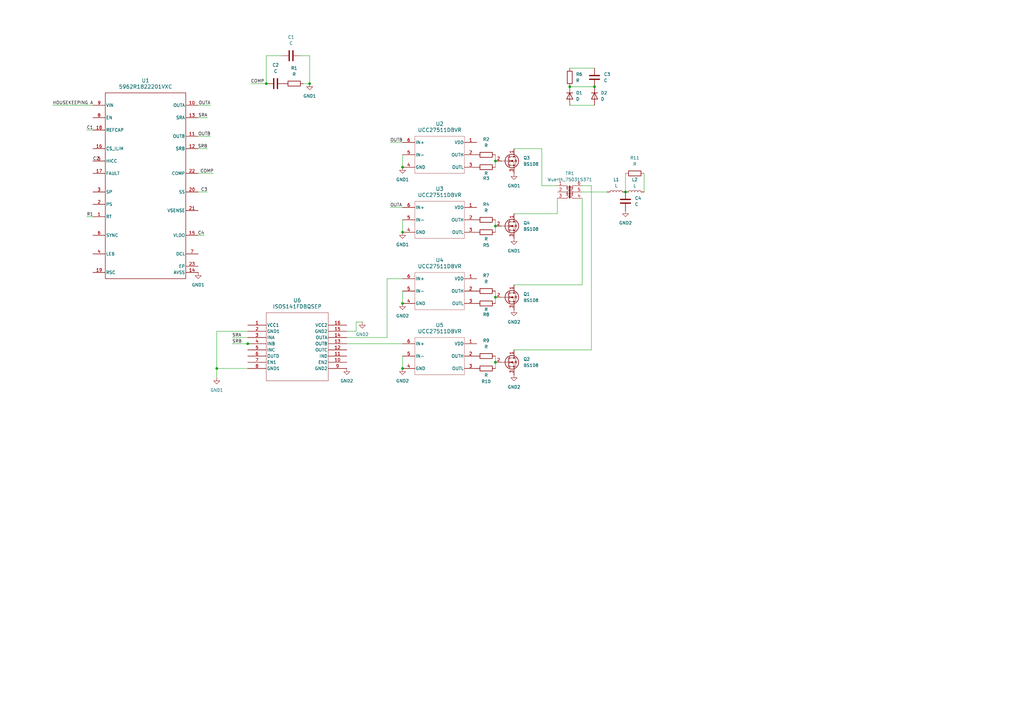
<source format=kicad_sch>
(kicad_sch (version 20250114) (generator "eeschema") (generator_version "9.0")
  (paper "A3")
  (lib_symbols
    (symbol "5962R1822201VXC:5962R1822201VXC" (pin_names (offset 0.254))
      (property "Reference" "U" (at 0 2.54 0))
      (property "Value" "5962R1822201VXC" (at 0 0 0))
      (symbol "5962R1822201VXC_0_1"
        (polyline (pts (xy 5.08 5.08) (xy 5.08 -71.12)) (stroke (width 0.2032)))
        (polyline (pts (xy 5.08 -71.12) (xy 38.1 -71.12)) (stroke (width 0.2032)))
        (polyline (pts (xy 38.1 5.08) (xy 5.08 5.08)) (stroke (width 0.2032)))
        (polyline (pts (xy 38.1 -71.12) (xy 38.1 5.08)) (stroke (width 0.2032)))
        (pin power_in line (at 0 0 0) (length 5.08) (name "VIN") (number "9"))
        (pin input line (at 0 -5.08 0) (length 5.08) (name "EN") (number "8"))
        (pin unspecified line (at 0 -10.16 0) (length 5.08) (name "REFCAP") (number "18"))
        (pin unspecified line (at 0 -17.78 0) (length 5.08) (name "CS_ILIM") (number "16"))
        (pin unspecified line (at 0 -22.86 0) (length 5.08) (name "HICC") (number "5"))
        (pin input line (at 0 -27.94 0) (length 5.08) (name "FAULT") (number "17"))
        (pin unspecified line (at 0 -35.56 0) (length 5.08) (name "SP") (number "3"))
        (pin unspecified line (at 0 -40.64 0) (length 5.08) (name "PS") (number "2"))
        (pin unspecified line (at 0 -45.72 0) (length 5.08) (name "RT") (number "1"))
        (pin input line (at 0 -53.34 0) (length 5.08) (name "SYNC") (number "6"))
        (pin unspecified line (at 0 -60.96 0) (length 5.08) (name "LEB") (number "4"))
        (pin unspecified line (at 0 -68.58 0) (length 5.08) (name "RSC") (number "19"))
        (pin output line (at 43.18 0 180) (length 5.08) (name "OUTA") (number "10"))
        (pin output line (at 43.18 -5.08 180) (length 5.08) (name "SRA") (number "13"))
        (pin output line (at 43.18 -12.7 180) (length 5.08) (name "OUTB") (number "11"))
        (pin output line (at 43.18 -17.78 180) (length 5.08) (name "SRB") (number "12"))
        (pin unspecified line (at 43.18 -27.94 180) (length 5.08) (name "COMP") (number "22"))
        (pin unspecified line (at 43.18 -35.56 180) (length 5.08) (name "SS") (number "20"))
        (pin unspecified line (at 43.18 -43.18 180) (length 5.08) (name "VSENSE") (number "21"))
        (pin unspecified line (at 43.18 -53.34 180) (length 5.08) (name "VLDO") (number "15"))
        (pin unspecified line (at 43.18 -60.96 180) (length 5.08) (name "DCL") (number "7"))
        (pin power_in line (at 43.18 -66.04 180) (length 5.08) (name "EP") (number "23"))
        (pin power_in line (at 43.18 -68.58 180) (length 5.08) (name "AVSS") (number "14"))
      )
    )
    (symbol "Device:C" (pin_numbers (hide yes)) (pin_names (offset 0.254))
      (property "Reference" "C" (at 0.635 2.54 0))
      (property "Value" "C" (at 0.635 -2.54 0))
      (symbol "C_0_1"
        (polyline (pts (xy -2.032 0.762) (xy 2.032 0.762)) (stroke (width 0.508)))
        (polyline (pts (xy -2.032 -0.762) (xy 2.032 -0.762)) (stroke (width 0.508)))
      )
      (symbol "C_1_1"
        (pin passive line (at 0 3.81 270) (length 2.794) (name "~") (number "1"))
        (pin passive line (at 0 -3.81 90) (length 2.794) (name "~") (number "2"))
      )
    )
    (symbol "Device:D" (pin_numbers (hide yes)) (pin_names (offset 1.016) (hide yes))
      (property "Reference" "D" (at 0 2.54 0))
      (property "Value" "D" (at 0 -2.54 0))
      (symbol "D_0_1"
        (polyline (pts (xy -1.27 1.27) (xy -1.27 -1.27)) (stroke (width 0.254)))
        (polyline (pts (xy 1.27 1.27) (xy 1.27 -1.27) (xy -1.27 0) (xy 1.27 1.27)) (stroke (width 0.254)))
        (polyline (pts (xy 1.27 0) (xy -1.27 0)))
      )
      (symbol "D_1_1"
        (pin passive line (at -3.81 0 0) (length 2.54) (name "K") (number "1"))
        (pin passive line (at 3.81 0 180) (length 2.54) (name "A") (number "2"))
      )
    )
    (symbol "Device:L" (pin_numbers (hide yes)) (pin_names (offset 1.016) (hide yes))
      (property "Reference" "L" (at -1.27 0 90))
      (property "Value" "L" (at 1.905 0 90))
      (symbol "L_0_1"
        (arc (start 0 2.54) (mid 0.6323 1.905) (end 0 1.27))
        (arc (start 0 1.27) (mid 0.6323 0.635) (end 0 0))
        (arc (start 0 0) (mid 0.6323 -0.635) (end 0 -1.27))
        (arc (start 0 -1.27) (mid 0.6323 -1.905) (end 0 -2.54))
      )
      (symbol "L_1_1"
        (pin passive line (at 0 3.81 270) (length 1.27) (name "1") (number "1"))
        (pin passive line (at 0 -3.81 90) (length 1.27) (name "2") (number "2"))
      )
    )
    (symbol "Device:R" (pin_numbers (hide yes)) (pin_names (offset 0))
      (property "Reference" "R" (at 2.032 0 90))
      (property "Value" "R" (at 0 0 90))
      (symbol "R_0_1"
        (rectangle (start -1.016 -2.54) (end 1.016 2.54) (stroke (width 0.254)))
      )
      (symbol "R_1_1"
        (pin passive line (at 0 3.81 270) (length 1.27) (name "~") (number "1"))
        (pin passive line (at 0 -3.81 90) (length 1.27) (name "~") (number "2"))
      )
    )
    (symbol "ISOS141FDBQSEP:ISOS141FDBQSEP" (pin_names (offset 0.254))
      (property "Reference" "U" (at 20.32 10.16 0))
      (property "Value" "ISOS141FDBQSEP" (at 20.32 7.62 0))
      (symbol "ISOS141FDBQSEP_0_1"
        (polyline (pts (xy 7.62 5.08) (xy 7.62 -22.86)) (stroke (width 0.127)))
        (polyline (pts (xy 7.62 -22.86) (xy 33.02 -22.86)) (stroke (width 0.127)))
        (polyline (pts (xy 33.02 5.08) (xy 7.62 5.08)) (stroke (width 0.127)))
        (polyline (pts (xy 33.02 -22.86) (xy 33.02 5.08)) (stroke (width 0.127)))
        (pin unspecified line (at 0 0 0) (length 7.62) (name "VCC1") (number "1"))
        (pin power_out line (at 0 -2.54 0) (length 7.62) (name "GND1") (number "2"))
        (pin input line (at 0 -5.08 0) (length 7.62) (name "INA") (number "3"))
        (pin input line (at 0 -7.62 0) (length 7.62) (name "INB") (number "4"))
        (pin input line (at 0 -10.16 0) (length 7.62) (name "INC") (number "5"))
        (pin output line (at 0 -12.7 0) (length 7.62) (name "OUTD") (number "6"))
        (pin input line (at 0 -15.24 0) (length 7.62) (name "EN1") (number "7"))
        (pin power_out line (at 0 -17.78 0) (length 7.62) (name "GND1") (number "8"))
        (pin unspecified line (at 40.64 0 180) (length 7.62) (name "VCC2") (number "16"))
        (pin power_out line (at 40.64 -2.54 180) (length 7.62) (name "GND2") (number "15"))
        (pin output line (at 40.64 -5.08 180) (length 7.62) (name "OUTA") (number "14"))
        (pin output line (at 40.64 -7.62 180) (length 7.62) (name "OUTB") (number "13"))
        (pin output line (at 40.64 -10.16 180) (length 7.62) (name "OUTC") (number "12"))
        (pin input line (at 40.64 -12.7 180) (length 7.62) (name "IND") (number "11"))
        (pin input line (at 40.64 -15.24 180) (length 7.62) (name "EN2") (number "10"))
        (pin power_out line (at 40.64 -17.78 180) (length 7.62) (name "GND2") (number "9"))
      )
    )
    (symbol "Transformer:Wuerth_750315371"
      (property "Reference" "TR" (at 0 5.08 0))
      (property "Value" "Wuerth_750315371" (at 0 -5.08 0))
      (symbol "Wuerth_750315371_0_1"
        (polyline (pts (xy -2.54 2.54) (xy -1.27 2.54)))
        (polyline (pts (xy -2.54 0) (xy -1.27 0)))
        (polyline (pts (xy -2.54 -2.54) (xy -1.27 -2.54)))
        (arc (start -1.27 0) (mid -0.6377 -0.635) (end -1.27 -1.27))
        (arc (start -1.27 -1.27) (mid -0.6377 -1.905) (end -1.27 -2.54))
        (rectangle (start -0.254 2.54) (end 0.254 -2.54) (stroke (width 0.0254)) (fill (type outline)))
        (polyline (pts (xy 1.27 2.54) (xy 2.54 2.54)))
        (polyline (pts (xy 1.27 0) (xy 2.54 0)))
        (polyline (pts (xy 1.27 -2.54) (xy 2.54 -2.54)))
      )
      (symbol "Wuerth_750315371_1_1"
        (arc (start -1.27 2.54) (mid -0.6377 1.905) (end -1.27 1.27))
        (arc (start -1.27 1.27) (mid -0.6377 0.635) (end -1.27 0))
        (circle (center -1.143 1.905) (radius 0.127) (stroke (width 0.254)))
        (circle (center -1.143 -0.635) (radius 0.127) (stroke (width 0.254)))
        (circle (center 1.143 1.905) (radius 0.127) (stroke (width 0.254)))
        (circle (center 1.143 -0.635) (radius 0.127) (stroke (width 0.254)))
        (arc (start 1.27 1.27) (mid 0.6377 1.905) (end 1.27 2.54))
        (arc (start 1.27 0) (mid 0.6377 0.635) (end 1.27 1.27))
        (arc (start 1.27 -1.27) (mid 0.6377 -0.635) (end 1.27 0))
        (arc (start 1.27 -2.54) (mid 0.6377 -1.905) (end 1.27 -1.27))
        (pin passive line (at -5.08 2.54 0) (length 2.54) (name "~") (number "1"))
        (pin passive line (at -5.08 0 0) (length 2.54) (name "~") (number "2"))
        (pin passive line (at -5.08 -2.54 0) (length 2.54) (name "~") (number "3"))
        (pin passive line (at 5.08 2.54 180) (length 2.54) (name "~") (number "6"))
        (pin passive line (at 5.08 0 180) (length 2.54) (name "~") (number "5"))
        (pin passive line (at 5.08 -2.54 180) (length 2.54) (name "~") (number "4"))
      )
    )
    (symbol "Transistor_FET:BS108" (pin_names (hide yes))
      (property "Reference" "Q" (at 5.08 1.905 0))
      (property "Value" "BS108" (at 5.08 0 0))
      (symbol "BS108_0_1"
        (polyline (pts (xy 0.254 1.905) (xy 0.254 -1.905)) (stroke (width 0.254)))
        (polyline (pts (xy 0.254 0) (xy -2.54 0)))
        (polyline (pts (xy 0.762 2.286) (xy 0.762 1.27)) (stroke (width 0.254)))
        (polyline (pts (xy 0.762 0.508) (xy 0.762 -0.508)) (stroke (width 0.254)))
        (polyline (pts (xy 0.762 -1.27) (xy 0.762 -2.286)) (stroke (width 0.254)))
        (polyline (pts (xy 0.762 -1.778) (xy 3.302 -1.778) (xy 3.302 1.778) (xy 0.762 1.778)))
        (polyline (pts (xy 1.016 0) (xy 2.032 0.381) (xy 2.032 -0.381) (xy 1.016 0)) (fill (type outline)))
        (circle (center 1.651 0) (radius 2.794) (stroke (width 0.254)))
        (polyline (pts (xy 2.54 2.54) (xy 2.54 1.778)))
        (circle (center 2.54 1.778) (radius 0.254) (fill (type outline)))
        (circle (center 2.54 -1.778) (radius 0.254) (fill (type outline)))
        (polyline (pts (xy 2.54 -2.54) (xy 2.54 0) (xy 0.762 0)))
        (polyline (pts (xy 2.794 0.508) (xy 2.921 0.381) (xy 3.683 0.381) (xy 3.81 0.254)))
        (polyline (pts (xy 3.302 0.381) (xy 2.921 -0.254) (xy 3.683 -0.254) (xy 3.302 0.381)))
      )
      (symbol "BS108_1_1"
        (pin input line (at -5.08 0 0) (length 2.54) (name "G") (number "2"))
        (pin passive line (at 2.54 5.08 270) (length 2.54) (name "D") (number "1"))
        (pin passive line (at 2.54 -5.08 90) (length 2.54) (name "S") (number "3"))
      )
    )
    (symbol "UCC27511:UCC27511DBVR" (pin_names (offset 0.254))
      (property "Reference" "U" (at 0 2.54 0))
      (property "Value" "UCC27511DBVR" (at 0 0 0))
      (symbol "UCC27511DBVR_0_1"
        (polyline (pts (xy -10.16 7.62) (xy -10.16 -7.62)) (stroke (width 0.1016)))
        (polyline (pts (xy -10.16 -7.62) (xy 10.16 -7.62)) (stroke (width 0.1016)))
        (polyline (pts (xy 10.16 7.62) (xy -10.16 7.62)) (stroke (width 0.1016)))
        (polyline (pts (xy 10.16 -7.62) (xy 10.16 7.62)) (stroke (width 0.1016)))
        (pin input line (at -15.24 5.08 0) (length 5.08) (name "IN+") (number "6"))
        (pin input line (at -15.24 0 0) (length 5.08) (name "IN-") (number "5"))
        (pin power_in line (at -15.24 -5.08 0) (length 5.08) (name "GND") (number "4"))
        (pin power_in line (at 15.24 5.08 180) (length 5.08) (name "VDD") (number "1"))
        (pin power_in line (at 15.24 0 180) (length 5.08) (name "OUTH") (number "2"))
        (pin power_in line (at 15.24 -5.08 180) (length 5.08) (name "OUTL") (number "3"))
      )
    )
    (symbol "power:GND1" (power) (pin_numbers (hide yes)) (pin_names (offset 0) (hide yes))
      (property "Value" "GND1" (at 0 -3.81 0))
      (symbol "GND1_0_1"
        (polyline (pts (xy 0 0) (xy 0 -1.27) (xy 1.27 -1.27) (xy 0 -2.54) (xy -1.27 -1.27) (xy 0 -1.27)))
      )
      (symbol "GND1_1_1"
        (pin power_in line (at 0 0 270) (length 0) (name "~") (number "1"))
      )
    )
    (symbol "power:GND2" (power) (pin_numbers (hide yes)) (pin_names (offset 0) (hide yes))
      (property "Value" "GND2" (at 0 -3.81 0))
      (symbol "GND2_0_1"
        (polyline (pts (xy 0 0) (xy 0 -1.27) (xy 1.27 -1.27) (xy 0 -2.54) (xy -1.27 -1.27) (xy 0 -1.27)))
      )
      (symbol "GND2_1_1"
        (pin power_in line (at 0 0 270) (length 0) (name "~") (number "1"))
      )
    )
  )
  (junction (at 109.22 34.29))
  (junction (at 101.6 140.97))
  (junction (at 165.1 124.46))
  (junction (at 203.2 92.71))
  (junction (at 243.84 35.56))
  (junction (at 256.54 78.74))
  (junction (at 203.2 66.04))
  (junction (at 127 34.29))
  (junction (at 165.1 68.58))
  (junction (at 165.1 95.25))
  (junction (at 203.2 121.92))
  (junction (at 203.2 148.59))
  (junction (at 165.1 151.13))
  (junction (at 233.68 35.56))
  (junction (at 88.9 151.13))
  (wire (pts (xy 102.87 140.97) (xy 101.6 140.97)))
  (wire (pts (xy 88.9 151.13) (xy 88.9 135.89)))
  (wire (pts (xy 35.56 53.34) (xy 38.1 53.34)))
  (wire (pts (xy 222.25 76.2) (xy 228.6 76.2)))
  (wire (pts (xy 203.2 148.59) (xy 203.2 151.13)))
  (wire (pts (xy 203.2 119.38) (xy 203.2 121.92)))
  (wire (pts (xy 210.82 116.84) (xy 238.76 116.84)))
  (wire (pts (xy 83.82 96.52) (xy 81.28 96.52)))
  (wire (pts (xy 203.2 63.5) (xy 203.2 66.04)))
  (wire (pts (xy 127 22.86) (xy 127 34.29)))
  (wire (pts (xy 228.6 87.63) (xy 228.6 81.28)))
  (wire (pts (xy 109.22 22.86) (xy 109.22 34.29)))
  (wire (pts (xy 165.1 63.5) (xy 165.1 68.58)))
  (wire (pts (xy 88.9 151.13) (xy 101.6 151.13)))
  (wire (pts (xy 242.57 76.2) (xy 238.76 76.2)))
  (wire (pts (xy 256.54 71.12) (xy 256.54 78.74)))
  (wire (pts (xy 203.2 90.17) (xy 203.2 92.71)))
  (wire (pts (xy 210.82 87.63) (xy 228.6 87.63)))
  (wire (pts (xy 222.25 60.96) (xy 222.25 76.2)))
  (wire (pts (xy 160.02 85.09) (xy 165.1 85.09)))
  (wire (pts (xy 158.75 138.43) (xy 158.75 114.3)))
  (wire (pts (xy 35.56 88.9) (xy 38.1 88.9)))
  (wire (pts (xy 88.9 154.94) (xy 88.9 151.13)))
  (wire (pts (xy 203.2 146.05) (xy 203.2 148.59)))
  (wire (pts (xy 158.75 114.3) (xy 165.1 114.3)))
  (wire (pts (xy 165.1 119.38) (xy 165.1 124.46)))
  (wire (pts (xy 233.68 43.18) (xy 243.84 43.18)))
  (wire (pts (xy 88.9 135.89) (xy 101.6 135.89)))
  (wire (pts (xy 101.6 140.97) (xy 95.25 140.97)))
  (wire (pts (xy 160.02 58.42) (xy 165.1 58.42)))
  (wire (pts (xy 86.36 43.18) (xy 81.28 43.18)))
  (wire (pts (xy 21.59 43.18) (xy 38.1 43.18)))
  (wire (pts (xy 115.57 22.86) (xy 109.22 22.86)))
  (wire (pts (xy 85.09 78.74) (xy 81.28 78.74)))
  (wire (pts (xy 101.6 138.43) (xy 95.25 138.43)))
  (wire (pts (xy 203.2 66.04) (xy 203.2 68.58)))
  (wire (pts (xy 87.63 71.12) (xy 81.28 71.12)))
  (wire (pts (xy 210.82 143.51) (xy 242.57 143.51)))
  (wire (pts (xy 86.36 55.88) (xy 81.28 55.88)))
  (wire (pts (xy 146.05 135.89) (xy 146.05 132.08)))
  (wire (pts (xy 146.05 132.08) (xy 148.59 132.08)))
  (wire (pts (xy 109.22 34.29) (xy 102.87 34.29)))
  (wire (pts (xy 142.24 140.97) (xy 165.1 140.97)))
  (wire (pts (xy 165.1 146.05) (xy 165.1 151.13)))
  (wire (pts (xy 165.1 90.17) (xy 165.1 95.25)))
  (wire (pts (xy 238.76 116.84) (xy 238.76 81.28)))
  (wire (pts (xy 242.57 143.51) (xy 242.57 76.2)))
  (wire (pts (xy 85.09 48.26) (xy 81.28 48.26)))
  (wire (pts (xy 264.16 71.12) (xy 264.16 78.74)))
  (wire (pts (xy 85.09 60.96) (xy 81.28 60.96)))
  (wire (pts (xy 142.24 138.43) (xy 158.75 138.43)))
  (wire (pts (xy 203.2 121.92) (xy 203.2 124.46)))
  (wire (pts (xy 124.46 34.29) (xy 127 34.29)))
  (wire (pts (xy 146.05 135.89) (xy 142.24 135.89)))
  (wire (pts (xy 233.68 35.56) (xy 243.84 35.56)))
  (wire (pts (xy 248.92 78.74) (xy 238.76 78.74)))
  (wire (pts (xy 123.19 22.86) (xy 127 22.86)))
  (wire (pts (xy 233.68 27.94) (xy 243.84 27.94)))
  (wire (pts (xy 203.2 92.71) (xy 203.2 95.25)))
  (wire (pts (xy 210.82 60.96) (xy 222.25 60.96)))
  (label "SRA" (at 85.09 48.26 180))
  (label "OUTA" (at 160.02 85.09 0))
  (label "SRB" (at 95.25 140.97 0))
  (label "C2" (at 38.1 66.04 0))
  (label "OUTB" (at 86.36 55.88 180))
  (label "COMP" (at 102.87 34.29 0))
  (label "OUTB" (at 160.02 58.42 0))
  (label "COMP" (at 87.63 71.12 180))
  (label "R1" (at 35.56 88.9 0))
  (label "SRA" (at 95.25 138.43 0))
  (label "C1" (at 35.56 53.34 0))
  (label "OUTA" (at 86.36 43.18 180))
  (label "HOUSEKEEPING A" (at 21.59 43.18 0))
  (label "C3" (at 85.09 78.74 180))
  (label "C4" (at 83.82 96.52 180))
  (label "SRB" (at 85.09 60.96 180))
  (symbol (lib_id "Device:C") (at 119.38 22.86 90) (unit 1)
    (property "Reference" "C1" (at 119.38 15.24 90))
    (property "Value" "C" (at 119.38 17.78 90))
    (property "Description" "Unpolarized capacitor" (effects (hide yes)))
  )
  (symbol (lib_id "Device:C") (at 243.84 31.75 0) (unit 1)
    (property "Reference" "C3" (at 247.65 30.4799 0) (effects (justify left)))
    (property "Value" "C" (at 247.65 33.0199 0) (effects (justify left)))
    (property "Description" "Unpolarized capacitor" (effects (hide yes)))
  )
  (symbol (lib_id "power:GND1") (at 81.28 111.76 0) (unit 1)
    (property "Reference" "#PWR015" (effects (hide yes)))
    (property "Value" "GND1" (at 81.28 116.84 0))
    (property "Description" "Power symbol creates a global label with name \"GND1\" , ground" (effects (hide yes)))
  )
  (symbol (lib_id "UCC27511:UCC27511DBVR") (at 180.34 63.5 0) (unit 1)
    (property "Reference" "U2" (at 180.34 50.8 0) (effects (font (size 1.524 1.524))))
    (property "Value" "UCC27511DBVR" (at 180.34 53.34 0) (effects (font (size 1.524 1.524))))
    (property "Footprint" "DBV0006A_N" (effects (hide yes)))
    (property "Datasheet" "https://www.ti.com/lit/gpn/ucc27511" (effects (hide yes)))
  )
  (symbol (lib_id "Transistor_FET:BS108") (at 208.28 148.59 0) (unit 1)
    (property "Reference" "Q2" (at 214.63 147.3199 0) (effects (justify left)))
    (property "Value" "BS108" (at 214.63 149.8599 0) (effects (justify left)))
    (property "Footprint" "Package_TO_SOT_THT:TO-92_Inline" (effects (hide yes)))
    (property "Datasheet" "http://www.redrok.com/MOSFET_BS108_200V_250mA_8O_Vth1.5_TO-92.PDF" (effects (hide yes)))
    (property "Description" "0.25A Id, 200V Vds, N-Channel MOSFET, TO-92" (effects (hide yes)))
  )
  (symbol (lib_id "Device:C") (at 256.54 82.55 0) (unit 1)
    (property "Reference" "C4" (at 260.35 81.2799 0) (effects (justify left)))
    (property "Value" "C" (at 260.35 83.8199 0) (effects (justify left)))
    (property "Description" "Unpolarized capacitor" (effects (hide yes)))
  )
  (symbol (lib_id "Device:L") (at 252.73 78.74 90) (unit 1)
    (property "Reference" "L1" (at 252.73 73.66 90))
    (property "Value" "L" (at 252.73 76.2 90))
    (property "Description" "Inductor" (effects (hide yes)))
  )
  (symbol (lib_id "Device:C") (at 113.03 34.29 90) (unit 1)
    (property "Reference" "C2" (at 113.03 26.67 90))
    (property "Value" "C" (at 113.03 29.21 90))
    (property "Description" "Unpolarized capacitor" (effects (hide yes)))
  )
  (symbol (lib_id "power:GND1") (at 210.82 71.12 0) (unit 1)
    (property "Reference" "#PWR03" (effects (hide yes)))
    (property "Value" "GND1" (at 210.82 76.2 0))
    (property "Description" "Power symbol creates a global label with name \"GND1\" , ground" (effects (hide yes)))
  )
  (symbol (lib_id "power:GND1") (at 210.82 97.79 0) (unit 1)
    (property "Reference" "#PWR04" (effects (hide yes)))
    (property "Value" "GND1" (at 210.82 102.87 0))
    (property "Description" "Power symbol creates a global label with name \"GND1\" , ground" (effects (hide yes)))
  )
  (symbol (lib_id "Device:R") (at 199.39 90.17 90) (unit 1)
    (property "Reference" "R4" (at 199.39 83.82 90))
    (property "Value" "R" (at 199.39 86.36 90))
    (property "Description" "Resistor" (effects (hide yes)))
  )
  (symbol (lib_id "Device:D") (at 233.68 39.37 270) (unit 1)
    (property "Reference" "D1" (at 236.22 38.0999 90) (effects (justify left)))
    (property "Value" "D" (at 236.22 40.6399 90) (effects (justify left)))
    (property "Description" "Diode" (effects (hide yes)))
    (property "Sim.Device" "D" (effects (hide yes)))
    (property "Sim.Pins" "1=K 2=A" (effects (hide yes)))
  )
  (symbol (lib_id "UCC27511:UCC27511DBVR") (at 180.34 90.17 0) (unit 1)
    (property "Reference" "U3" (at 180.34 77.47 0) (effects (font (size 1.524 1.524))))
    (property "Value" "UCC27511DBVR" (at 180.34 80.01 0) (effects (font (size 1.524 1.524))))
    (property "Footprint" "DBV0006A_N" (effects (hide yes)))
    (property "Datasheet" "https://www.ti.com/lit/gpn/ucc27511" (effects (hide yes)))
  )
  (symbol (lib_id "Device:R") (at 260.35 71.12 90) (unit 1)
    (property "Reference" "R11" (at 260.35 64.77 90))
    (property "Value" "R" (at 260.35 67.31 90))
    (property "Description" "Resistor" (effects (hide yes)))
  )
  (symbol (lib_id "power:GND2") (at 148.59 132.08 0) (unit 1)
    (property "Reference" "#PWR06" (effects (hide yes)))
    (property "Value" "GND2" (at 148.59 137.16 0))
    (property "Description" "Power symbol creates a global label with name \"GND2\" , ground" (effects (hide yes)))
  )
  (symbol (lib_id "5962R1822201VXC:5962R1822201VXC") (at 38.1 43.18 0) (unit 1)
    (property "Reference" "U1" (at 59.69 33.02 0) (effects (font (size 1.524 1.524))))
    (property "Value" "5962R1822201VXC" (at 59.69 35.56 0) (effects (font (size 1.524 1.524))))
    (property "Footprint" "HFT0022A-C01-MFG" (effects (hide yes)))
    (property "Datasheet" "https://www.ti.com/lit/gpn/tps7h5001-sp" (effects (hide yes)))
  )
  (symbol (lib_id "power:GND2") (at 256.54 86.36 0) (unit 1)
    (property "Reference" "#PWR011" (effects (hide yes)))
    (property "Value" "GND2" (at 256.54 91.44 0))
    (property "Description" "Power symbol creates a global label with name \"GND2\" , ground" (effects (hide yes)))
  )
  (symbol (lib_id "power:GND2") (at 165.1 124.46 0) (unit 1)
    (property "Reference" "#PWR010" (effects (hide yes)))
    (property "Value" "GND2" (at 165.1 129.54 0))
    (property "Description" "Power symbol creates a global label with name \"GND2\" , ground" (effects (hide yes)))
  )
  (symbol (lib_id "Device:R") (at 199.39 68.58 90) (unit 1)
    (property "Reference" "R3" (at 199.39 73.152 90))
    (property "Value" "R" (at 199.39 71.12 90))
    (property "Description" "Resistor" (effects (hide yes)))
  )
  (symbol (lib_id "UCC27511:UCC27511DBVR") (at 180.34 146.05 0) (unit 1)
    (property "Reference" "U5" (at 180.34 133.35 0) (effects (font (size 1.524 1.524))))
    (property "Value" "UCC27511DBVR" (at 180.34 135.89 0) (effects (font (size 1.524 1.524))))
    (property "Footprint" "DBV0006A_N" (effects (hide yes)))
    (property "Datasheet" "https://www.ti.com/lit/gpn/ucc27511" (effects (hide yes)))
  )
  (symbol (lib_id "power:GND2") (at 210.82 153.67 0) (unit 1)
    (property "Reference" "#PWR08" (effects (hide yes)))
    (property "Value" "GND2" (at 210.82 158.75 0))
    (property "Description" "Power symbol creates a global label with name \"GND2\" , ground" (effects (hide yes)))
  )
  (symbol (lib_id "Device:R") (at 199.39 124.46 90) (unit 1)
    (property "Reference" "R8" (at 199.39 129.032 90))
    (property "Value" "R" (at 199.39 127 90))
    (property "Description" "Resistor" (effects (hide yes)))
  )
  (symbol (lib_id "Transistor_FET:BS108") (at 208.28 92.71 0) (unit 1)
    (property "Reference" "Q4" (at 214.63 91.4399 0) (effects (justify left)))
    (property "Value" "BS108" (at 214.63 93.9799 0) (effects (justify left)))
    (property "Footprint" "Package_TO_SOT_THT:TO-92_Inline" (effects (hide yes)))
    (property "Datasheet" "http://www.redrok.com/MOSFET_BS108_200V_250mA_8O_Vth1.5_TO-92.PDF" (effects (hide yes)))
    (property "Description" "0.25A Id, 200V Vds, N-Channel MOSFET, TO-92" (effects (hide yes)))
  )
  (symbol (lib_id "Device:R") (at 199.39 119.38 270) (unit 1)
    (property "Reference" "R7" (at 199.39 113.03 90))
    (property "Value" "R" (at 199.39 115.57 90))
    (property "Description" "Resistor" (effects (hide yes)))
  )
  (symbol (lib_id "Device:R") (at 120.65 34.29 90) (unit 1)
    (property "Reference" "R1" (at 120.65 27.94 90))
    (property "Value" "R" (at 120.65 30.48 90))
    (property "Description" "Resistor" (effects (hide yes)))
  )
  (symbol (lib_id "Device:R") (at 233.68 31.75 0) (unit 1)
    (property "Reference" "R6" (at 236.22 30.4799 0) (effects (justify left)))
    (property "Value" "R" (at 236.22 33.0199 0) (effects (justify left)))
    (property "Description" "Resistor" (effects (hide yes)))
  )
  (symbol (lib_id "Device:R") (at 199.39 95.25 270) (unit 1)
    (property "Reference" "R5" (at 199.39 100.584 90))
    (property "Value" "R" (at 199.39 98.044 90))
    (property "Description" "Resistor" (effects (hide yes)))
  )
  (symbol (lib_id "Device:D") (at 243.84 39.37 270) (unit 1)
    (property "Reference" "D2" (at 246.38 38.0999 90) (effects (justify left)))
    (property "Value" "D" (at 246.38 40.6399 90) (effects (justify left)))
    (property "Description" "Diode" (effects (hide yes)))
    (property "Sim.Device" "D" (effects (hide yes)))
    (property "Sim.Pins" "1=K 2=A" (effects (hide yes)))
  )
  (symbol (lib_id "power:GND2") (at 210.82 127 0) (unit 1)
    (property "Reference" "#PWR05" (effects (hide yes)))
    (property "Value" "GND2" (at 210.82 132.08 0))
    (property "Description" "Power symbol creates a global label with name \"GND2\" , ground" (effects (hide yes)))
  )
  (symbol (lib_id "Device:R") (at 199.39 63.5 270) (unit 1)
    (property "Reference" "R2" (at 199.39 57.15 90))
    (property "Value" "R" (at 199.39 59.69 90))
    (property "Description" "Resistor" (effects (hide yes)))
  )
  (symbol (lib_id "ISOS141FDBQSEP:ISOS141FDBQSEP") (at 101.6 133.35 0) (unit 1)
    (property "Reference" "U6" (at 121.92 123.19 0) (effects (font (size 1.524 1.524))))
    (property "Value" "ISOS141FDBQSEP" (at 121.92 125.73 0) (effects (font (size 1.524 1.524))))
    (property "Footprint" "SSOP16_DBQ_TEX" (effects (hide yes)))
    (property "Datasheet" "https://www.ti.com/lit/gpn/isos141-sep" (effects (hide yes)))
  )
  (symbol (lib_id "power:GND2") (at 165.1 151.13 0) (unit 1)
    (property "Reference" "#PWR09" (effects (hide yes)))
    (property "Value" "GND2" (at 165.1 156.21 0))
    (property "Description" "Power symbol creates a global label with name \"GND2\" , ground" (effects (hide yes)))
  )
  (symbol (lib_id "Device:R") (at 199.39 146.05 90) (unit 1)
    (property "Reference" "R9" (at 199.39 139.7 90))
    (property "Value" "R" (at 199.39 142.24 90))
    (property "Description" "Resistor" (effects (hide yes)))
  )
  (symbol (lib_id "power:GND1") (at 165.1 68.58 0) (unit 1)
    (property "Reference" "#PWR01" (effects (hide yes)))
    (property "Value" "GND1" (at 165.1 73.66 0))
    (property "Description" "Power symbol creates a global label with name \"GND1\" , ground" (effects (hide yes)))
  )
  (symbol (lib_id "power:GND1") (at 88.9 154.94 0) (unit 1)
    (property "Reference" "#PWR07" (effects (hide yes)))
    (property "Value" "GND1" (at 88.9 160.02 0))
    (property "Description" "Power symbol creates a global label with name \"GND1\" , ground" (effects (hide yes)))
  )
  (symbol (lib_id "Transistor_FET:BS108") (at 208.28 66.04 0) (unit 1)
    (property "Reference" "Q3" (at 214.63 64.7699 0) (effects (justify left)))
    (property "Value" "BS108" (at 214.63 67.3099 0) (effects (justify left)))
    (property "Footprint" "Package_TO_SOT_THT:TO-92_Inline" (effects (hide yes)))
    (property "Datasheet" "http://www.redrok.com/MOSFET_BS108_200V_250mA_8O_Vth1.5_TO-92.PDF" (effects (hide yes)))
    (property "Description" "0.25A Id, 200V Vds, N-Channel MOSFET, TO-92" (effects (hide yes)))
  )
  (symbol (lib_id "Transformer:Wuerth_750315371") (at 233.68 78.74 0) (unit 1)
    (property "Reference" "TR1" (at 233.68 71.12 0))
    (property "Value" "Wuerth_750315371" (at 233.68 73.66 0))
    (property "Footprint" "Transformer_SMD:Transformer_Wuerth_750315371" (effects (hide yes)))
    (property "Datasheet" "https://www.we-online.com/catalog/datasheet/750315371.pdf" (effects (hide yes)))
    (property "Description" "5V, 1A , 320 - 480kHz, 1:1.1, Center Tapped, SMD" (effects (hide yes)))
  )
  (symbol (lib_id "power:GND1") (at 127 34.29 0) (unit 1)
    (property "Reference" "#PWR016" (effects (hide yes)))
    (property "Value" "GND1" (at 127 39.37 0))
    (property "Description" "Power symbol creates a global label with name \"GND1\" , ground" (effects (hide yes)))
  )
  (symbol (lib_id "Device:R") (at 199.39 151.13 270) (unit 1)
    (property "Reference" "R10" (at 199.39 156.464 90))
    (property "Value" "R" (at 199.39 153.924 90))
    (property "Description" "Resistor" (effects (hide yes)))
  )
  (symbol (lib_id "Transistor_FET:BS108") (at 208.28 121.92 0) (unit 1)
    (property "Reference" "Q1" (at 214.63 120.6499 0) (effects (justify left)))
    (property "Value" "BS108" (at 214.63 123.1899 0) (effects (justify left)))
    (property "Footprint" "Package_TO_SOT_THT:TO-92_Inline" (effects (hide yes)))
    (property "Datasheet" "http://www.redrok.com/MOSFET_BS108_200V_250mA_8O_Vth1.5_TO-92.PDF" (effects (hide yes)))
    (property "Description" "0.25A Id, 200V Vds, N-Channel MOSFET, TO-92" (effects (hide yes)))
  )
  (symbol (lib_id "UCC27511:UCC27511DBVR") (at 180.34 119.38 0) (unit 1)
    (property "Reference" "U4" (at 180.34 106.68 0) (effects (font (size 1.524 1.524))))
    (property "Value" "UCC27511DBVR" (at 180.34 109.22 0) (effects (font (size 1.524 1.524))))
    (property "Footprint" "DBV0006A_N" (effects (hide yes)))
    (property "Datasheet" "https://www.ti.com/lit/gpn/ucc27511" (effects (hide yes)))
  )
  (symbol (lib_id "power:GND1") (at 165.1 95.25 0) (unit 1)
    (property "Reference" "#PWR02" (effects (hide yes)))
    (property "Value" "GND1" (at 165.1 100.33 0))
    (property "Description" "Power symbol creates a global label with name \"GND1\" , ground" (effects (hide yes)))
  )
  (symbol (lib_id "Device:L") (at 260.35 78.74 90) (unit 1)
    (property "Reference" "L2" (at 260.35 73.66 90))
    (property "Value" "L" (at 260.35 76.2 90))
    (property "Description" "Inductor" (effects (hide yes)))
  )
  (symbol (lib_id "power:GND2") (at 142.24 151.13 0) (unit 1)
    (property "Reference" "#PWR017" (effects (hide yes)))
    (property "Value" "GND2" (at 142.24 156.21 0))
    (property "Description" "Power symbol creates a global label with name \"GND2\" , ground" (effects (hide yes)))
  )
)
</source>
